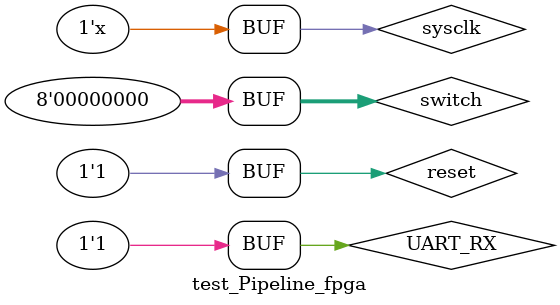
<source format=v>
`timescale 1ns / 1ps


module test_Pipeline_fpga;

	// Inputs
	reg sysclk;
	reg reset;
	reg UART_RX;
	reg [7:0] switch;

	// Outputs
	wire [7:0] leds;
	wire [11:0] digits;
	wire UART_TX;

	// Instantiate the Unit Under Test (UUT)
	Pipeline_fpga uut (
		.sysclk(sysclk), 
		.reset(reset), 
		.UART_RX(UART_RX), 
		.switch(switch), 
		.leds(leds), 
		.digits(digits), 
		.UART_TX(UART_TX)
	);

	initial begin
		// Initialize Inputs
		sysclk = 0;
		reset = 1;
		UART_RX = 1;
		switch = 0;

		// Wait 100 ns for global reset to finish
		#100;
      	reset = 0;
		// Add stimulus here
		#2000000 reset = 1;
		
		#3500000
		UART_RX = 0;
		#104166 UART_RX = 1;
		#104166 UART_RX = 0;
		#104166 UART_RX = 1;
		#104166 UART_RX = 1;
		#104166 UART_RX = 0;
		#104166 UART_RX = 1;
		#104166 UART_RX = 0;
		#104166 UART_RX = 0;
		#104166 UART_RX = 1;
		
		
		#104166 UART_RX = 0;
		#104166 UART_RX = 0;
		#104166 UART_RX = 1;
		#104166 UART_RX = 1;
		#104166 UART_RX = 0;
		#104166 UART_RX = 1;
		#104166 UART_RX = 1;
		#104166 UART_RX = 0;
		#104166 UART_RX = 0;
		#104166 UART_RX = 1;
		
		#1000000;
		
		#104166 UART_RX = 0;
		#104166 UART_RX = 0;
		#104166 UART_RX = 1;
		#104166 UART_RX = 1;
		#104166 UART_RX = 0;
		#104166 UART_RX = 0;
		#104166 UART_RX = 0;
		#104166 UART_RX = 0;
		#104166 UART_RX = 0;
		#104166 UART_RX = 1;
	
		
		#104166 UART_RX = 0;
		#104166 UART_RX = 0;
		#104166 UART_RX = 0;
		#104166 UART_RX = 0;
		#104166 UART_RX = 1;
		#104166 UART_RX = 0;
		#104166 UART_RX = 0;
		#104166 UART_RX = 0;
		#104166 UART_RX = 0;
		#104166 UART_RX = 1;
		
		
		
	end
	
	always #5 sysclk = ~sysclk;
      
endmodule


</source>
